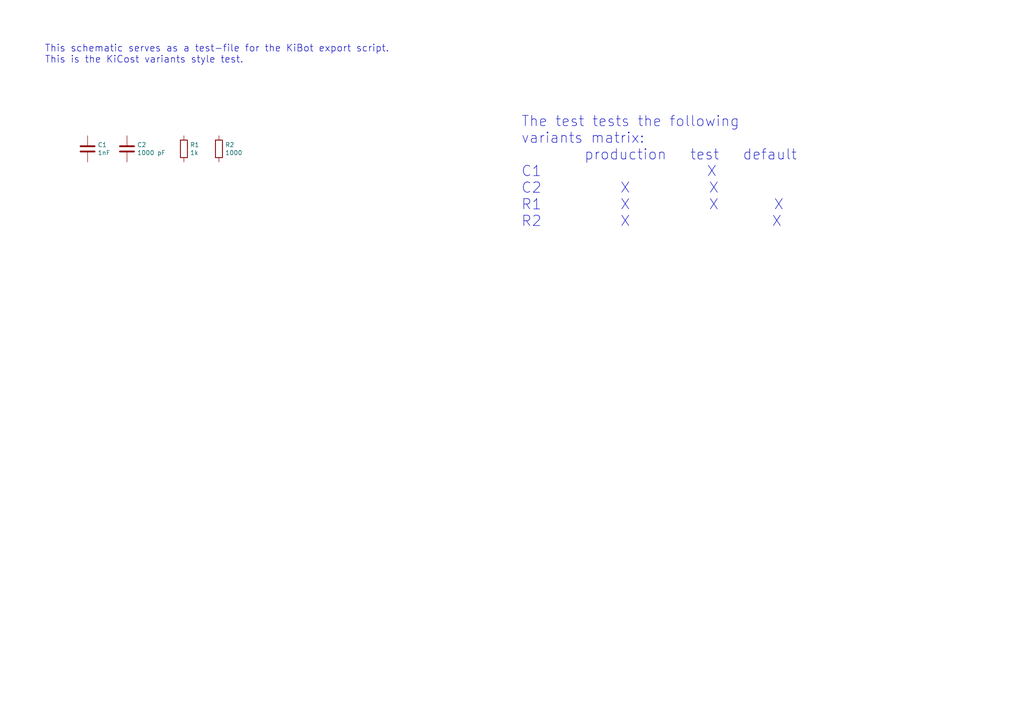
<source format=kicad_sch>
(kicad_sch (version 20230121) (generator eeschema)
  (paper "A4")
  (title_block (title "KiBom Test Schematic") (date "2020-03-12") (rev "A") (company "https://github.com/SchrodingersGat/KiBom"))
  (lib_symbols
    (symbol "Device:C" (pin_numbers hide) (pin_names (offset 0.254))
      (property "Reference" "C" (at 0.635 2.54 0))
      (property "Value" "C" (at 0.635 -2.54 0))
      (symbol "C_0_1"
        (polyline (pts (xy -2.032 -0.762) (xy 2.032 -0.762)) (stroke (width 0.508)))
        (polyline (pts (xy -2.032 0.762) (xy 2.032 0.762)) (stroke (width 0.508)))
      )
      (symbol "C_1_1"
        (pin passive line (at 0 3.81 270) (length 2.794) (name "~") (number "1"))
        (pin passive line (at 0 -3.81 90) (length 2.794) (name "~") (number "2"))
      )
    )
    (symbol "Device:R" (pin_numbers hide) (pin_names (offset 0))
      (property "Reference" "R" (at 2.032 0 90))
      (property "Value" "R" (at 0 0 90))
      (symbol "R_0_1"
        (rectangle (start -1.016 -2.54) (end 1.016 2.54) (stroke (width 0.254)))
      )
      (symbol "R_1_1"
        (pin passive line (at 0 3.81 270) (length 1.27) (name "~") (number "1"))
        (pin passive line (at 0 -3.81 90) (length 1.27) (name "~") (number "2"))
      )
    )
  )
  (text "This schematic serves as a test-file for the KiBot export script.\nThis is the KiCost variants style test." (at 12.954 18.542 0) (effects (font (size 2.0066 2.0066)) (justify left bottom)))
  (text "The test tests the following \nvariants matrix:\n        production   test   default\nC1                     X\nC2          X          X\nR1          X          X       X\nR2          X                  X\n" (at 151.13 66.04 0) (effects (font (size 2.9972 2.9972)) (justify left bottom)))
  (symbol (lib_id "Device:C") (at 25.4 43.18 0) (unit 1)
    (property "Reference" "C1" (at 28.321 42.0116 0) (effects (justify left)))
    (property "Value" "1nF" (at 28.321 44.323 0) (effects (justify left)))
    (property "kicost.default:dnp" "1" (effects hide))
    (property "kicost.test:dnp" "0.0" (effects hide))
    (property "kicost.production:nopop" "a" (effects hide))
  )
  (symbol (lib_id "Device:C") (at 36.83 43.18 0) (unit 1)
    (property "Reference" "C2" (at 39.751 42.0116 0) (effects (justify left)))
    (property "Value" "1000 pF" (at 39.751 44.323 0) (effects (justify left)))
    (property "version" "production,test" (effects hide))
  )
  (symbol (lib_id "Device:R") (at 53.34 43.18 0) (unit 1)
    (property "Reference" "R1" (at 55.118 42.0116 0) (effects (justify left)))
    (property "Value" "1k" (at 55.118 44.323 0) (effects (justify left)))
    (property "kicost.test:Value" "3k3" (effects hide))
  )
  (symbol (lib_id "Device:R") (at 63.5 43.18 0) (unit 1)
    (property "Reference" "R2" (at 65.278 42.0116 0) (effects (justify left)))
    (property "Value" "1000" (at 65.278 44.323 0) (effects (justify left)))
    (property "Variant" "production default" (effects hide))
  )
)
</source>
